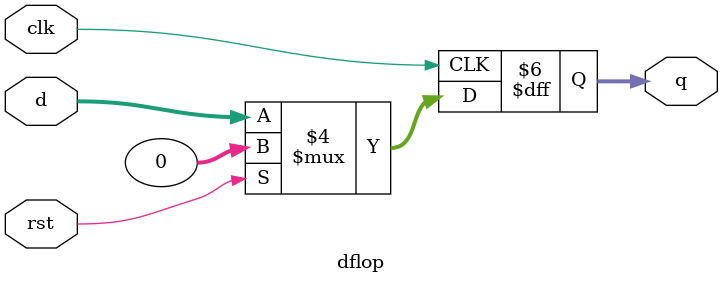
<source format=v>
module dflop (d, q, clk, rst);

input [31:0] d;
input clk;
input rst;

output reg [31:0]q;

initial begin 
q = 0 ;
end

always@(posedge clk)
begin
if(rst)
q <= 0;
else
q <= d;
end
endmodule
</source>
